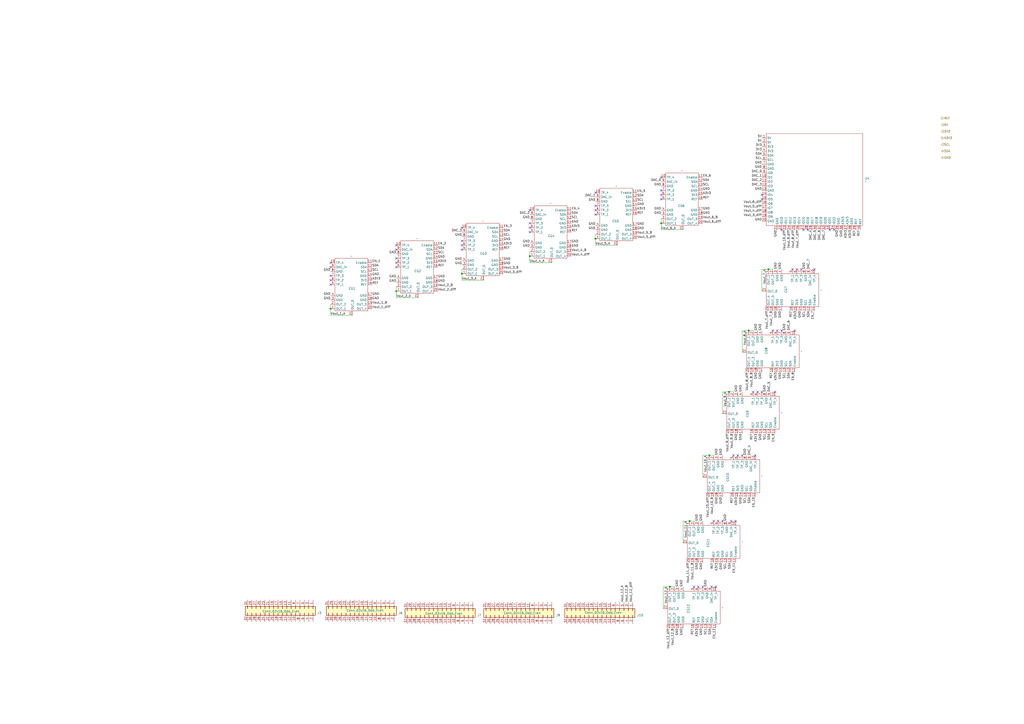
<source format=kicad_sch>
(kicad_sch (version 20231120) (generator "eeschema") (generator_version "8.0")
  (paper "A2")
  (lib_symbols
    (symbol "Connector_Generic:Conn_02x16_Odd_Even" (pin_names (offset 1.016) hide)
      (property "Reference" "J" (at 1.27 20.32 0))
      (property "Value" "Conn_02x16_Odd_Even" (at 1.27 -22.86 0))
      (symbol "Conn_02x16_Odd_Even_1_1"
        (rectangle (start -1.27 -20.193) (end 0 -20.447) (stroke (width 0.1524)))
        (rectangle (start -1.27 -17.653) (end 0 -17.907) (stroke (width 0.1524)))
        (rectangle (start -1.27 -15.113) (end 0 -15.367) (stroke (width 0.1524)))
        (rectangle (start -1.27 -12.573) (end 0 -12.827) (stroke (width 0.1524)))
        (rectangle (start -1.27 -10.033) (end 0 -10.287) (stroke (width 0.1524)))
        (rectangle (start -1.27 -7.493) (end 0 -7.747) (stroke (width 0.1524)))
        (rectangle (start -1.27 -4.953) (end 0 -5.207) (stroke (width 0.1524)))
        (rectangle (start -1.27 -2.413) (end 0 -2.667) (stroke (width 0.1524)))
        (rectangle (start -1.27 0.127) (end 0 -0.127) (stroke (width 0.1524)))
        (rectangle (start -1.27 2.667) (end 0 2.413) (stroke (width 0.1524)))
        (rectangle (start -1.27 5.207) (end 0 4.953) (stroke (width 0.1524)))
        (rectangle (start -1.27 7.747) (end 0 7.493) (stroke (width 0.1524)))
        (rectangle (start -1.27 10.287) (end 0 10.033) (stroke (width 0.1524)))
        (rectangle (start -1.27 12.827) (end 0 12.573) (stroke (width 0.1524)))
        (rectangle (start -1.27 15.367) (end 0 15.113) (stroke (width 0.1524)))
        (rectangle (start -1.27 17.907) (end 0 17.653) (stroke (width 0.1524)))
        (rectangle (start -1.27 19.05) (end 3.81 -21.59) (stroke (width 0.254)) (fill (type background)))
        (rectangle (start 3.81 -20.193) (end 2.54 -20.447) (stroke (width 0.1524)))
        (rectangle (start 3.81 -17.653) (end 2.54 -17.907) (stroke (width 0.1524)))
        (rectangle (start 3.81 -15.113) (end 2.54 -15.367) (stroke (width 0.1524)))
        (rectangle (start 3.81 -12.573) (end 2.54 -12.827) (stroke (width 0.1524)))
        (rectangle (start 3.81 -10.033) (end 2.54 -10.287) (stroke (width 0.1524)))
        (rectangle (start 3.81 -7.493) (end 2.54 -7.747) (stroke (width 0.1524)))
        (rectangle (start 3.81 -4.953) (end 2.54 -5.207) (stroke (width 0.1524)))
        (rectangle (start 3.81 -2.413) (end 2.54 -2.667) (stroke (width 0.1524)))
        (rectangle (start 3.81 0.127) (end 2.54 -0.127) (stroke (width 0.1524)))
        (rectangle (start 3.81 2.667) (end 2.54 2.413) (stroke (width 0.1524)))
        (rectangle (start 3.81 5.207) (end 2.54 4.953) (stroke (width 0.1524)))
        (rectangle (start 3.81 7.747) (end 2.54 7.493) (stroke (width 0.1524)))
        (rectangle (start 3.81 10.287) (end 2.54 10.033) (stroke (width 0.1524)))
        (rectangle (start 3.81 12.827) (end 2.54 12.573) (stroke (width 0.1524)))
        (rectangle (start 3.81 15.367) (end 2.54 15.113) (stroke (width 0.1524)))
        (rectangle (start 3.81 17.907) (end 2.54 17.653) (stroke (width 0.1524)))
        (pin passive line (at -5.08 17.78 0) (length 3.81) (name "Pin_1") (number "1"))
        (pin passive line (at 7.62 7.62 180) (length 3.81) (name "Pin_10") (number "10"))
        (pin passive line (at -5.08 5.08 0) (length 3.81) (name "Pin_11") (number "11"))
        (pin passive line (at 7.62 5.08 180) (length 3.81) (name "Pin_12") (number "12"))
        (pin passive line (at -5.08 2.54 0) (length 3.81) (name "Pin_13") (number "13"))
        (pin passive line (at 7.62 2.54 180) (length 3.81) (name "Pin_14") (number "14"))
        (pin passive line (at -5.08 0 0) (length 3.81) (name "Pin_15") (number "15"))
        (pin passive line (at 7.62 0 180) (length 3.81) (name "Pin_16") (number "16"))
        (pin passive line (at -5.08 -2.54 0) (length 3.81) (name "Pin_17") (number "17"))
        (pin passive line (at 7.62 -2.54 180) (length 3.81) (name "Pin_18") (number "18"))
        (pin passive line (at -5.08 -5.08 0) (length 3.81) (name "Pin_19") (number "19"))
        (pin passive line (at 7.62 17.78 180) (length 3.81) (name "Pin_2") (number "2"))
        (pin passive line (at 7.62 -5.08 180) (length 3.81) (name "Pin_20") (number "20"))
        (pin passive line (at -5.08 -7.62 0) (length 3.81) (name "Pin_21") (number "21"))
        (pin passive line (at 7.62 -7.62 180) (length 3.81) (name "Pin_22") (number "22"))
        (pin passive line (at -5.08 -10.16 0) (length 3.81) (name "Pin_23") (number "23"))
        (pin passive line (at 7.62 -10.16 180) (length 3.81) (name "Pin_24") (number "24"))
        (pin passive line (at -5.08 -12.7 0) (length 3.81) (name "Pin_25") (number "25"))
        (pin passive line (at 7.62 -12.7 180) (length 3.81) (name "Pin_26") (number "26"))
        (pin passive line (at -5.08 -15.24 0) (length 3.81) (name "Pin_27") (number "27"))
        (pin passive line (at 7.62 -15.24 180) (length 3.81) (name "Pin_28") (number "28"))
        (pin passive line (at -5.08 -17.78 0) (length 3.81) (name "Pin_29") (number "29"))
        (pin passive line (at -5.08 15.24 0) (length 3.81) (name "Pin_3") (number "3"))
        (pin passive line (at 7.62 -17.78 180) (length 3.81) (name "Pin_30") (number "30"))
        (pin passive line (at -5.08 -20.32 0) (length 3.81) (name "Pin_31") (number "31"))
        (pin passive line (at 7.62 -20.32 180) (length 3.81) (name "Pin_32") (number "32"))
        (pin passive line (at 7.62 15.24 180) (length 3.81) (name "Pin_4") (number "4"))
        (pin passive line (at -5.08 12.7 0) (length 3.81) (name "Pin_5") (number "5"))
        (pin passive line (at 7.62 12.7 180) (length 3.81) (name "Pin_6") (number "6"))
        (pin passive line (at -5.08 10.16 0) (length 3.81) (name "Pin_7") (number "7"))
        (pin passive line (at 7.62 10.16 180) (length 3.81) (name "Pin_8") (number "8"))
        (pin passive line (at -5.08 7.62 0) (length 3.81) (name "Pin_9") (number "9"))
      )
    )
    (symbol "cheeps-tb:adc-dac"
      (property "Reference" "U" (at 28.194 46.99 0))
      (symbol "adc-dac_0_1"
        (rectangle (start 0 53.34) (end 55.88 0))
      )
      (symbol "adc-dac_1_1"
        (pin bidirectional line (at -2.54 50.8 0) (length 2.54) (name "5V") (number "1"))
        (pin bidirectional line (at -2.54 27.94 0) (length 2.54) (name "IO1") (number "10"))
        (pin bidirectional line (at -2.54 25.4 0) (length 2.54) (name "IO2") (number "11"))
        (pin bidirectional line (at -2.54 22.86 0) (length 2.54) (name "IO3") (number "12"))
        (pin bidirectional line (at -2.54 20.32 0) (length 2.54) (name "GND") (number "13"))
        (pin bidirectional line (at -2.54 17.78 0) (length 2.54) (name "IO4") (number "14"))
        (pin bidirectional line (at -2.54 15.24 0) (length 2.54) (name "IO5") (number "15"))
        (pin bidirectional line (at -2.54 12.7 0) (length 2.54) (name "IO6") (number "16"))
        (pin bidirectional line (at -2.54 10.16 0) (length 2.54) (name "IO7") (number "17"))
        (pin bidirectional line (at -2.54 7.62 0) (length 2.54) (name "IO8") (number "18"))
        (pin bidirectional line (at -2.54 5.08 0) (length 2.54) (name "IO9") (number "19"))
        (pin bidirectional line (at -2.54 48.26 0) (length 2.54) (name "5V") (number "2"))
        (pin bidirectional line (at -2.54 2.54 0) (length 2.54) (name "GND") (number "20"))
        (pin bidirectional line (at 6.35 -2.54 90) (length 2.54) (name "GND") (number "21"))
        (pin bidirectional line (at 8.89 -2.54 90) (length 2.54) (name "IO10") (number "22"))
        (pin bidirectional line (at 11.43 -2.54 90) (length 2.54) (name "IO11") (number "23"))
        (pin bidirectional line (at 13.97 -2.54 90) (length 2.54) (name "IO12") (number "24"))
        (pin bidirectional line (at 16.51 -2.54 90) (length 2.54) (name "IO13") (number "25"))
        (pin bidirectional line (at 19.05 -2.54 90) (length 2.54) (name "IO14") (number "26"))
        (pin bidirectional line (at 21.59 -2.54 90) (length 2.54) (name "IO15") (number "27"))
        (pin bidirectional line (at 24.13 -2.54 90) (length 2.54) (name "IO16") (number "28"))
        (pin bidirectional line (at 26.67 -2.54 90) (length 2.54) (name "IO17") (number "29"))
        (pin bidirectional line (at -2.54 45.72 0) (length 2.54) (name "3V3") (number "3"))
        (pin bidirectional line (at 29.21 -2.54 90) (length 2.54) (name "IO18") (number "30"))
        (pin bidirectional line (at 31.75 -2.54 90) (length 2.54) (name "IO19") (number "31"))
        (pin bidirectional line (at 34.29 -2.54 90) (length 2.54) (name "IO20") (number "32"))
        (pin bidirectional line (at 36.83 -2.54 90) (length 2.54) (name "IO21") (number "33"))
        (pin bidirectional line (at 39.37 -2.54 90) (length 2.54) (name "IO22") (number "34"))
        (pin bidirectional line (at 41.91 -2.54 90) (length 2.54) (name "GND") (number "35"))
        (pin bidirectional line (at 44.45 -2.54 90) (length 2.54) (name "A3V3") (number "36"))
        (pin bidirectional line (at 46.99 -2.54 90) (length 2.54) (name "A3V3") (number "37"))
        (pin bidirectional line (at 49.53 -2.54 90) (length 2.54) (name "GND") (number "38"))
        (pin bidirectional line (at 52.07 -2.54 90) (length 2.54) (name "REF") (number "39"))
        (pin bidirectional line (at -2.54 43.18 0) (length 2.54) (name "3V3") (number "4"))
        (pin bidirectional line (at 54.61 -2.54 90) (length 2.54) (name "REF") (number "40"))
        (pin bidirectional line (at -2.54 40.64 0) (length 2.54) (name "SDA") (number "5"))
        (pin bidirectional line (at -2.54 38.1 0) (length 2.54) (name "SCL") (number "6"))
        (pin bidirectional line (at -2.54 35.56 0) (length 2.54) (name "GND") (number "7"))
        (pin bidirectional line (at -2.54 33.02 0) (length 2.54) (name "GND") (number "8"))
        (pin bidirectional line (at -2.54 30.48 0) (length 2.54) (name "IO0") (number "9"))
      )
    )
    (symbol "cheeps-tb:chewing-gum" (in_bom no)
      (property "Reference" "CG" (at 1.778 31.75 0))
      (symbol "chewing-gum_0_1"
        (rectangle (start 0 30.48) (end 19.05 0))
      )
      (symbol "chewing-gum_1_1"
        (pin output line (at -2.54 1.27 0) (length 2.54) (name "OUT_1") (number "1"))
        (pin output line (at -2.54 27.94 0) (length 2.54) (name "TP_4") (number "10"))
        (pin input line (at 21.59 27.94 180) (length 2.54) (name "Enable") (number "11"))
        (pin bidirectional line (at 21.59 25.4 180) (length 2.54) (name "SDA") (number "12"))
        (pin bidirectional line (at 21.59 22.86 180) (length 2.54) (name "SCL") (number "13"))
        (pin bidirectional line (at 21.59 20.32 180) (length 2.54) (name "GND") (number "14"))
        (pin input line (at 21.59 17.78 180) (length 2.54) (name "3V3") (number "15"))
        (pin input line (at 21.59 15.24 180) (length 2.54) (name "REF") (number "16"))
        (pin bidirectional line (at 21.59 8.89 180) (length 2.54) (name "GND") (number "17"))
        (pin bidirectional line (at 21.59 6.35 180) (length 2.54) (name "GND") (number "18"))
        (pin output line (at 21.59 3.81 180) (length 2.54) (name "OUT_3") (number "19"))
        (pin output line (at -2.54 3.81 0) (length 2.54) (name "OUT_2") (number "2"))
        (pin output line (at 21.59 1.27 180) (length 2.54) (name "OUT_4") (number "20"))
        (pin output line (at 10.16 -2.54 90) (length 2.54) (name "OUT_0") (number "21"))
        (pin bidirectional line (at -2.54 6.35 0) (length 2.54) (name "GND") (number "3"))
        (pin bidirectional line (at -2.54 8.89 0) (length 2.54) (name "GND") (number "4"))
        (pin output line (at -2.54 15.24 0) (length 2.54) (name "TP_1") (number "5"))
        (pin output line (at -2.54 17.78 0) (length 2.54) (name "TP_2") (number "6"))
        (pin output line (at -2.54 20.32 0) (length 2.54) (name "TP_3") (number "7"))
        (pin bidirectional line (at -2.54 22.86 0) (length 2.54) (name "GND") (number "8"))
        (pin input line (at -2.54 25.4 0) (length 2.54) (name "DAC_in") (number "9"))
      )
    )
  )
  (junction (at 383.54 129.54))
  (junction (at 345.44 138.43))
  (junction (at 388.62 340.36))
  (junction (at 400.05 302.26))
  (junction (at 191.77 179.07))
  (junction (at 445.77 156.21))
  (junction (at 411.48 264.16))
  (junction (at 434.34 191.77))
  (junction (at 229.87 168.91))
  (junction (at 267.97 158.75))
  (junction (at 307.34 148.59))
  (junction (at 422.91 227.33))
  (no_connect (at 466.09 133.35))
  (no_connect (at 405.13 340.36))
  (no_connect (at 345.44 121.92))
  (no_connect (at 229.87 142.24))
  (no_connect (at 229.87 144.78))
  (no_connect (at 441.96 115.57))
  (no_connect (at 307.34 121.92))
  (no_connect (at 307.34 132.08))
  (no_connect (at 383.54 113.03))
  (no_connect (at 468.63 133.35))
  (no_connect (at 415.29 340.36))
  (no_connect (at 191.77 152.4))
  (no_connect (at 441.96 227.33))
  (no_connect (at 229.87 154.94))
  (no_connect (at 414.02 302.26))
  (no_connect (at 383.54 102.87))
  (no_connect (at 229.87 152.4))
  (no_connect (at 449.58 227.33))
  (no_connect (at 481.33 133.35))
  (no_connect (at 450.85 191.77))
  (no_connect (at 345.44 119.38))
  (no_connect (at 191.77 165.1))
  (no_connect (at 345.44 111.76))
  (no_connect (at 407.67 340.36))
  (no_connect (at 462.28 156.21))
  (no_connect (at 427.99 264.16))
  (no_connect (at 425.45 264.16))
  (no_connect (at 438.15 264.16))
  (no_connect (at 267.97 139.7))
  (no_connect (at 191.77 162.56))
  (no_connect (at 191.77 154.94))
  (no_connect (at 383.54 115.57))
  (no_connect (at 464.82 156.21))
  (no_connect (at 439.42 227.33))
  (no_connect (at 453.39 133.35))
  (no_connect (at 383.54 110.49))
  (no_connect (at 307.34 129.54))
  (no_connect (at 402.59 340.36))
  (no_connect (at 416.56 302.26))
  (no_connect (at 459.74 156.21))
  (no_connect (at 461.01 191.77))
  (no_connect (at 426.72 302.26))
  (no_connect (at 483.87 133.35))
  (no_connect (at 441.96 113.03))
  (no_connect (at 430.53 264.16))
  (no_connect (at 412.75 340.36))
  (no_connect (at 229.87 149.86))
  (no_connect (at 345.44 124.46))
  (no_connect (at 267.97 144.78))
  (no_connect (at 448.31 191.77))
  (no_connect (at 419.1 302.26))
  (no_connect (at 267.97 132.08))
  (no_connect (at 424.18 302.26))
  (no_connect (at 191.77 160.02))
  (no_connect (at 307.34 134.62))
  (no_connect (at 267.97 142.24))
  (no_connect (at 436.88 227.33))
  (no_connect (at 453.39 191.77))
  (no_connect (at 472.44 156.21))
  (wire (pts (xy 267.97 162.56) (xy 280.67 162.56)))
  (wire (pts (xy 396.24 302.26) (xy 400.05 302.26)))
  (wire (pts (xy 441.96 156.21) (xy 441.96 168.91)))
  (wire (pts (xy 407.67 264.16) (xy 407.67 276.86)))
  (wire (pts (xy 384.81 340.36) (xy 388.62 340.36)))
  (wire (pts (xy 388.62 340.36) (xy 391.16 340.36)))
  (wire (pts (xy 229.87 166.37) (xy 229.87 168.91)))
  (wire (pts (xy 191.77 176.53) (xy 191.77 179.07)))
  (wire (pts (xy 419.1 227.33) (xy 422.91 227.33)))
  (wire (pts (xy 345.44 138.43) (xy 345.44 142.24)))
  (wire (pts (xy 422.91 227.33) (xy 425.45 227.33)))
  (wire (pts (xy 400.05 302.26) (xy 402.59 302.26)))
  (wire (pts (xy 267.97 156.21) (xy 267.97 158.75)))
  (wire (pts (xy 307.34 148.59) (xy 307.34 152.4)))
  (wire (pts (xy 407.67 264.16) (xy 411.48 264.16)))
  (wire (pts (xy 419.1 227.33) (xy 419.1 240.03)))
  (wire (pts (xy 445.77 156.21) (xy 448.31 156.21)))
  (wire (pts (xy 345.44 142.24) (xy 358.14 142.24)))
  (wire (pts (xy 307.34 146.05) (xy 307.34 148.59)))
  (wire (pts (xy 430.53 191.77) (xy 430.53 204.47)))
  (wire (pts (xy 307.34 152.4) (xy 320.04 152.4)))
  (wire (pts (xy 383.54 133.35) (xy 396.24 133.35)))
  (wire (pts (xy 191.77 179.07) (xy 191.77 182.88)))
  (wire (pts (xy 229.87 168.91) (xy 229.87 172.72)))
  (wire (pts (xy 384.81 340.36) (xy 384.81 353.06)))
  (wire (pts (xy 434.34 191.77) (xy 436.88 191.77)))
  (wire (pts (xy 441.96 156.21) (xy 445.77 156.21)))
  (wire (pts (xy 383.54 127) (xy 383.54 129.54)))
  (wire (pts (xy 267.97 158.75) (xy 267.97 162.56)))
  (wire (pts (xy 396.24 302.26) (xy 396.24 314.96)))
  (wire (pts (xy 191.77 182.88) (xy 204.47 182.88)))
  (wire (pts (xy 383.54 129.54) (xy 383.54 133.35)))
  (wire (pts (xy 345.44 135.89) (xy 345.44 138.43)))
  (wire (pts (xy 411.48 264.16) (xy 414.02 264.16)))
  (wire (pts (xy 430.53 191.77) (xy 434.34 191.77)))
  (wire (pts (xy 229.87 172.72) (xy 242.57 172.72)))
  (label "GND" (at 267.97 137.16 180))
  (label "GND" (at 215.9 171.45 0))
  (label "SDA" (at 469.9 180.34 270))
  (label "GND" (at 331.47 140.97 0))
  (label "Vout_12_B" (at 364.49 349.25 90))
  (label "SCL" (at 421.64 326.39 270))
  (label "A3V3" (at 215.9 162.56 0))
  (label "A3V3" (at 439.42 251.46 270))
  (label "GND" (at 441.96 215.9 270))
  (label "GND" (at 416.56 288.29 270))
  (label "Vout_5_A" (at 345.44 142.24 0))
  (label "REF" (at 496.57 133.35 270))
  (label "A3V3" (at 427.99 288.29 270))
  (label "Vout_9_diff" (at 458.47 133.35 270))
  (label "GND" (at 486.41 133.35 270))
  (label "A3V3" (at 407.67 113.03 0))
  (label "Vout_10_diff" (at 411.48 288.29 270))
  (label "GND" (at 453.39 180.34 270))
  (label "Vout_11_diff" (at 400.05 326.39 270))
  (label "SCL" (at 455.93 215.9 270))
  (label "GND" (at 441.96 191.77 90))
  (label "GND" (at 229.87 163.83 180))
  (label "Vout_12_diff" (at 388.62 364.49 270))
  (label "SDA" (at 407.67 105.41 0))
  (label "GND" (at 421.64 302.26 90))
  (label "DAC_7" (at 469.9 156.21 90))
  (label "Vout_1_A" (at 191.77 182.88 0))
  (label "SDA" (at 441.96 90.17 180))
  (label "GND" (at 307.34 143.51 180))
  (label "3V3" (at 441.96 85.09 180))
  (label "SCL" (at 444.5 251.46 270))
  (label "GND" (at 441.96 95.25 180))
  (label "EN_6" (at 407.67 102.87 0))
  (label "A3V3" (at 254 152.4 0))
  (label "GND" (at 292.1 139.7 0))
  (label "GND" (at 450.85 156.21 90))
  (label "REF" (at 448.31 215.9 270))
  (label "GND" (at 455.93 191.77 90))
  (label "Vout_2_A" (at 229.87 172.72 0))
  (label "SCL" (at 467.36 180.34 270))
  (label "Vout_12_A" (at 387.35 340.36 270))
  (label "GND" (at 383.54 121.92 180))
  (label "Vout_4_B" (at 331.47 146.05 0))
  (label "GND" (at 441.96 128.27 180))
  (label "GND" (at 393.7 340.36 90))
  (label "GND" (at 444.5 227.33 90))
  (label "GND" (at 407.67 364.49 270))
  (label "SDA" (at 458.47 215.9 270))
  (label "GND" (at 254 163.83 0))
  (label "GND" (at 407.67 326.39 270))
  (label "GND" (at 307.34 127 180))
  (label "EN_8" (at 461.01 215.9 270))
  (label "GND" (at 407.67 302.26 90))
  (label "GND" (at 439.42 191.77 90))
  (label "GND" (at 439.42 215.9 270))
  (label "SCL" (at 331.47 127 0))
  (label "Vout_8_B" (at 436.88 215.9 270))
  (label "3V3" (at 441.96 87.63 180))
  (label "SDA" (at 435.61 288.29 270))
  (label "Vout_7_diff" (at 463.55 133.35 270))
  (label "Vout_3_B" (at 292.1 156.21 0))
  (label "GND" (at 215.9 160.02 0))
  (label "DAC_0" (at 441.96 100.33 180))
  (label "Vout_1_B" (at 215.9 176.53 0))
  (label "DAC_0" (at 383.54 105.41 180))
  (label "Vout_5_B" (at 369.57 135.89 0))
  (label "GND" (at 191.77 157.48 180))
  (label "Vout_4_diff" (at 331.47 148.59 0))
  (label "REF" (at 436.88 251.46 270))
  (label "5V" (at 441.96 80.01 180))
  (label "Vout_3_A" (at 267.97 162.56 0))
  (label "EN_7" (at 472.44 180.34 270))
  (label "GND" (at 419.1 264.16 90))
  (label "DAC_5" (at 473.71 133.35 270))
  (label "GND" (at 419.1 326.39 270))
  (label "Vout_3_diff" (at 292.1 158.75 0))
  (label "SDA" (at 369.57 114.3 0))
  (label "A3V3" (at 450.85 215.9 270))
  (label "GND" (at 453.39 215.9 270))
  (label "GND" (at 488.95 133.35 270))
  (label "GND" (at 433.07 264.16 90))
  (label "Vout_12_B" (at 391.16 364.49 270))
  (label "SCL" (at 254 147.32 0))
  (label "A3V3" (at 331.47 132.08 0))
  (label "GND" (at 292.1 153.67 0))
  (label "A3V3" (at 494.03 133.35 270))
  (label "GND" (at 369.57 130.81 0))
  (label "GND" (at 441.96 97.79 180))
  (label "REF" (at 292.1 144.78 0))
  (label "DAC_3" (at 441.96 107.95 180))
  (label "EN_3" (at 292.1 132.08 0))
  (label "GND" (at 254 149.86 0))
  (label "SCL" (at 441.96 92.71 180))
  (label "GND" (at 345.44 133.35 180))
  (label "A3V3" (at 416.56 326.39 270))
  (label "GND" (at 430.53 251.46 270))
  (label "Vout_12_diff" (at 367.03 349.25 90))
  (label "REF" (at 414.02 326.39 270))
  (label "GND" (at 331.47 129.54 0))
  (label "GND" (at 383.54 124.46 180))
  (label "SDA" (at 215.9 154.94 0))
  (label "Vout_10_A" (at 410.21 264.16 270))
  (label "GND" (at 292.1 151.13 0))
  (label "Vout_8_diff" (at 461.01 133.35 270))
  (label "GND" (at 405.13 326.39 270))
  (label "GND" (at 369.57 133.35 0))
  (label "Vout_6_B" (at 407.67 127 0))
  (label "GND" (at 441.96 251.46 270))
  (label "Vout_1_diff" (at 215.9 179.07 0))
  (label "Vout_9_diff" (at 422.91 251.46 270))
  (label "A3V3" (at 292.1 142.24 0))
  (label "DAC_6" (at 476.25 133.35 270))
  (label "SDA" (at 412.75 364.49 270))
  (label "GND" (at 267.97 153.67 180))
  (label "REF" (at 402.59 364.49 270))
  (label "SCL" (at 433.07 288.29 270))
  (label "Vout_4_diff" (at 441.96 123.19 180))
  (label "5V" (at 441.96 82.55 180))
  (label "GND" (at 450.85 180.34 270))
  (label "SCL" (at 407.67 107.95 0))
  (label "GND" (at 331.47 143.51 0))
  (label "A3V3" (at 369.57 121.92 0))
  (label "REF" (at 215.9 165.1 0))
  (label "GND" (at 345.44 116.84 180))
  (label "GND" (at 393.7 364.49 270))
  (label "EN_1" (at 215.9 152.4 0))
  (label "DAC_2" (at 307.34 124.46 180))
  (label "Vout_3_diff" (at 441.96 125.73 180))
  (label "EN_12" (at 415.29 364.49 270))
  (label "DAC_4" (at 435.61 264.16 90))
  (label "GND" (at 441.96 110.49 180))
  (label "Vout_6_diff" (at 441.96 118.11 180))
  (label "GND" (at 464.82 180.34 270))
  (label "A3V3" (at 405.13 364.49 270))
  (label "SDA" (at 254 144.78 0))
  (label "GND" (at 267.97 151.13 180))
  (label "DAC_1" (at 345.44 114.3 180))
  (label "GND" (at 427.99 251.46 270))
  (label "EN_9" (at 449.58 251.46 270))
  (label "GND" (at 405.13 302.26 90))
  (label "GND" (at 407.67 121.92 0))
  (label "Vout_6_A" (at 383.54 133.35 0))
  (label "GND" (at 453.39 156.21 90))
  (label "Vout_5_diff" (at 369.57 138.43 0))
  (label "GND" (at 410.21 340.36 90))
  (label "Vout_7_diff" (at 445.77 180.34 270))
  (label "Vout_2_B" (at 254 166.37 0))
  (label "GND" (at 407.67 110.49 0))
  (label "REF" (at 254 154.94 0))
  (label "GND" (at 450.85 133.35 270))
  (label "EN_11" (at 426.72 326.39 270))
  (label "GND" (at 345.44 130.81 180))
  (label "GND" (at 396.24 364.49 270))
  (label "Vout_10_diff" (at 455.93 133.35 270))
  (label "EN_5" (at 369.57 111.76 0))
  (label "Vout_5_diff" (at 441.96 120.65 180))
  (label "EN_10" (at 438.15 288.29 270))
  (label "REF" (at 407.67 115.57 0))
  (label "SDA" (at 292.1 134.62 0))
  (label "GND" (at 407.67 124.46 0))
  (label "DAC_1" (at 441.96 102.87 180))
  (label "DAC_6" (at 458.47 191.77 90))
  (label "DAC_3" (at 267.97 134.62 180))
  (label "GND" (at 427.99 227.33 90))
  (label "EN_2" (at 254 142.24 0))
  (label "GND" (at 307.34 140.97 180))
  (label "REF" (at 459.74 180.34 270))
  (label "DAC_5" (at 447.04 227.33 90))
  (label "Vout_9_A" (at 421.64 227.33 270))
  (label "GND" (at 229.87 147.32 180))
  (label "GND" (at 369.57 119.38 0))
  (label "DAC_7" (at 478.79 133.35 270))
  (label "Vout_8_A" (at 433.07 191.77 270))
  (label "SCL" (at 369.57 116.84 0))
  (label "Vout_12_A" (at 361.95 349.25 90))
  (label "Vout_11_B" (at 402.59 326.39 270))
  (label "GND" (at 191.77 173.99 180))
  (label "A3V3" (at 462.28 180.34 270))
  (label "Vout_7_A" (at 444.5 156.21 270))
  (label "Vout_7_B" (at 448.31 180.34 270))
  (label "GND" (at 215.9 173.99 0))
  (label "Vout_2_diff" (at 254 168.91 0))
  (label "DAC_2" (at 441.96 105.41 180))
  (label "GND" (at 430.53 227.33 90))
  (label "GND" (at 229.87 161.29 180))
  (label "GND" (at 467.36 156.21 90))
  (label "GND" (at 396.24 340.36 90))
  (label "SDA" (at 424.18 326.39 270))
  (label "GND" (at 254 161.29 0))
  (label "GND" (at 191.77 171.45 180))
  (label "Vout_8_diff" (at 434.34 215.9 270))
  (label "GND" (at 416.56 264.16 90))
  (label "EN_4" (at 331.47 121.92 0))
  (label "SDA" (at 447.04 251.46 270))
  (label "A3V3" (at 491.49 133.35 270))
  (label "Vout_10_B" (at 414.02 288.29 270))
  (label "SCL" (at 410.21 364.49 270))
  (label "SCL" (at 215.9 157.48 0))
  (label "REF" (at 369.57 124.46 0))
  (label "REF" (at 331.47 134.62 0))
  (label "Vout_6_diff" (at 407.67 129.54 0))
  (label "REF" (at 425.45 288.29 270))
  (label "GND" (at 419.1 288.29 270))
  (label "GND" (at 430.53 288.29 270))
  (label "GND" (at 383.54 107.95 180))
  (label "Vout_4_A" (at 307.34 152.4 0))
  (label "Vout_9_B" (at 425.45 251.46 270))
  (label "SCL" (at 292.1 137.16 0))
  (label "DAC_4" (at 471.17 133.35 270))
  (label "REF" (at 499.11 133.35 270))
  (label "Vout_11_A" (at 398.78 302.26 270))
  (label "SDA" (at 331.47 124.46 0))
  (hierarchical_label "5V" (shape input) (at 546.1 72.39 0))
  (hierarchical_label "GND" (shape bidirectional) (at 546.1 91.44 0))
  (hierarchical_label "SDA" (shape bidirectional) (at 546.1 87.63 0))
  (hierarchical_label "3V3" (shape input) (at 546.1 76.2 0))
  (hierarchical_label "REF" (shape output) (at 546.1 68.58 0))
  (hierarchical_label "A3V3" (shape output) (at 546.1 80.01 0))
  (hierarchical_label "SCL" (shape input) (at 546.1 83.82 0))
  (symbol (lib_id "Connector_Generic:Conn_02x16_Odd_Even") (at 163.83 353.06 270) (unit 1)
    (property "Reference" "J3" (at 184.15 355.6001 90) (effects (justify left)))
    (property "Value" "Conn_02x16_Odd_Even" (at 152.146 354.584 90) (effects (justify left)))
    (property "Description" "Generic connector, double row, 02x16, odd/even pin numbering scheme (row 1 odd numbers, row 2 even numbers), script generated (kicad-library-utils/schlib/autogen/connector/)" (effects (hide yes)))
  )
  (symbol (lib_id "Connector_Generic:Conn_02x16_Odd_Even") (at 349.25 354.33 270) (unit 1)
    (property "Reference" "J10" (at 369.57 356.8701 90) (effects (justify left)))
    (property "Value" "Conn_02x16_Odd_Even" (at 339.09 355.346 90) (effects (justify left)))
    (property "Description" "Generic connector, double row, 02x16, odd/even pin numbering scheme (row 1 odd numbers, row 2 even numbers), script generated (kicad-library-utils/schlib/autogen/connector/)" (effects (hide yes)))
  )
  (symbol (lib_id "cheeps-tb:chewing-gum") (at 270.51 160.02 0) (unit 1) (in_bom no)
    (property "Reference" "CG3" (at 280.416 147.066 0))
    (property "Value" "~" (at 280.035 128.27 0))
    (property "Footprint" "heep_footprints:chewing-gum" (effects (hide yes)))
  )
  (symbol (lib_id "cheeps-tb:chewing-gum") (at 387.35 342.9 270) (unit 1) (in_bom no)
    (property "Reference" "CG12" (at 399.288 353.06 0))
    (property "Value" "~" (at 419.1 352.425 0))
    (property "Footprint" "heep_footprints:chewing-gum" (effects (hide yes)))
  )
  (symbol (lib_id "cheeps-tb:chewing-gum") (at 433.07 194.31 270) (unit 1) (in_bom no)
    (property "Reference" "CG8" (at 444.5 203.454 0))
    (property "Value" "~" (at 464.82 203.835 0))
    (property "Footprint" "heep_footprints:chewing-gum" (effects (hide yes)))
  )
  (symbol (lib_id "cheeps-tb:chewing-gum") (at 410.21 266.7 270) (unit 1) (in_bom no)
    (property "Reference" "CG10" (at 422.148 276.86 0))
    (property "Value" "~" (at 441.96 276.225 0))
    (property "Footprint" "heep_footprints:chewing-gum" (effects (hide yes)))
  )
  (symbol (lib_id "cheeps-tb:adc-dac") (at 444.5 130.81 0) (unit 1)
    (property "Reference" "U4" (at 501.65 103.5049 0) (effects (justify left)))
    (property "Value" "~" (at 501.65 105.41 0) (effects (justify left)))
    (property "Footprint" "heep_footprints:adc-dac" (effects (hide yes)))
  )
  (symbol (lib_id "cheeps-tb:chewing-gum") (at 194.31 180.34 0) (unit 1) (in_bom no)
    (property "Reference" "CG1" (at 204.216 167.386 0))
    (property "Value" "~" (at 203.835 148.59 0))
    (property "Footprint" "heep_footprints:chewing-gum" (effects (hide yes)))
  )
  (symbol (lib_id "cheeps-tb:chewing-gum") (at 386.08 130.81 0) (unit 1) (in_bom no)
    (property "Reference" "CG6" (at 395.224 119.38 0))
    (property "Value" "~" (at 395.605 99.06 0))
    (property "Footprint" "heep_footprints:chewing-gum" (effects (hide yes)))
  )
  (symbol (lib_id "cheeps-tb:chewing-gum") (at 444.5 158.75 270) (unit 1) (in_bom no)
    (property "Reference" "CG7" (at 455.93 167.894 0))
    (property "Value" "~" (at 476.25 168.275 0))
    (property "Footprint" "heep_footprints:chewing-gum" (effects (hide yes)))
  )
  (symbol (lib_id "cheeps-tb:chewing-gum") (at 347.98 139.7 0) (unit 1) (in_bom no)
    (property "Reference" "CG5" (at 357.124 128.27 0))
    (property "Value" "~" (at 357.505 107.95 0))
    (property "Footprint" "heep_footprints:chewing-gum" (effects (hide yes)))
  )
  (symbol (lib_id "cheeps-tb:chewing-gum") (at 398.78 304.8 270) (unit 1) (in_bom no)
    (property "Reference" "CG11" (at 410.718 314.96 0))
    (property "Value" "~" (at 430.53 314.325 0))
    (property "Footprint" "heep_footprints:chewing-gum" (effects (hide yes)))
  )
  (symbol (lib_id "Connector_Generic:Conn_02x16_Odd_Even") (at 210.82 353.06 270) (unit 1)
    (property "Reference" "J6" (at 231.14 355.6001 90) (effects (justify left)))
    (property "Value" "Conn_02x16_Odd_Even" (at 200.914 354.076 90) (effects (justify left)))
    (property "Description" "Generic connector, double row, 02x16, odd/even pin numbering scheme (row 1 odd numbers, row 2 even numbers), script generated (kicad-library-utils/schlib/autogen/connector/)" (effects (hide yes)))
  )
  (symbol (lib_id "cheeps-tb:chewing-gum") (at 421.64 229.87 270) (unit 1) (in_bom no)
    (property "Reference" "CG9" (at 433.578 240.03 0))
    (property "Value" "~" (at 453.39 239.395 0))
    (property "Footprint" "heep_footprints:chewing-gum" (effects (hide yes)))
  )
  (symbol (lib_id "Connector_Generic:Conn_02x16_Odd_Even") (at 302.26 354.33 270) (unit 1)
    (property "Reference" "J9" (at 322.58 356.8701 90) (effects (justify left)))
    (property "Value" "Conn_02x16_Odd_Even" (at 292.1 355.6 90) (effects (justify left)))
    (property "Description" "Generic connector, double row, 02x16, odd/even pin numbering scheme (row 1 odd numbers, row 2 even numbers), script generated (kicad-library-utils/schlib/autogen/connector/)" (effects (hide yes)))
  )
  (symbol (lib_id "cheeps-tb:chewing-gum") (at 309.88 149.86 0) (unit 1) (in_bom no)
    (property "Reference" "CG4" (at 319.786 136.906 0))
    (property "Value" "~" (at 319.405 118.11 0))
    (property "Footprint" "heep_footprints:chewing-gum" (effects (hide yes)))
  )
  (symbol (lib_id "cheeps-tb:chewing-gum") (at 232.41 170.18 0) (unit 1) (in_bom no)
    (property "Reference" "CG2" (at 242.316 157.226 0))
    (property "Value" "~" (at 241.935 138.43 0))
    (property "Footprint" "heep_footprints:chewing-gum" (effects (hide yes)))
  )
  (symbol (lib_id "Connector_Generic:Conn_02x16_Odd_Even") (at 256.54 354.33 270) (unit 1)
    (property "Reference" "J7" (at 276.86 356.8701 90) (effects (justify left)))
    (property "Value" "Conn_02x16_Odd_Even" (at 246.634 355.854 90) (effects (justify left)))
    (property "Description" "Generic connector, double row, 02x16, odd/even pin numbering scheme (row 1 odd numbers, row 2 even numbers), script generated (kicad-library-utils/schlib/autogen/connector/)" (effects (hide yes)))
  )
)
</source>
